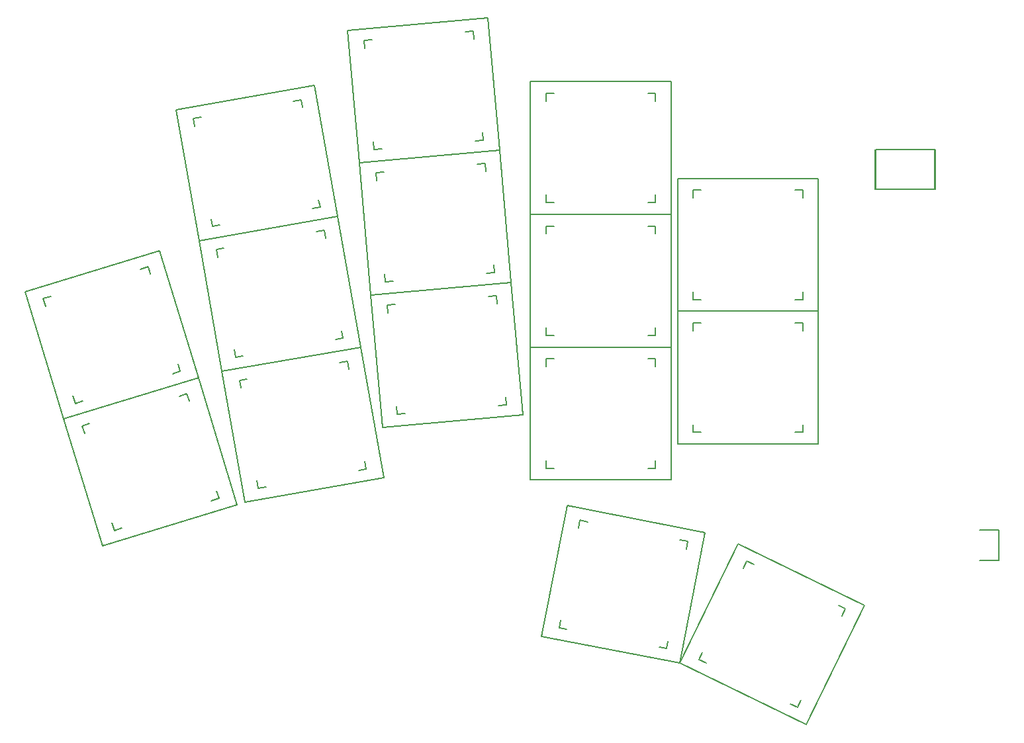
<source format=gbr>
%TF.GenerationSoftware,KiCad,Pcbnew,(6.0.4)*%
%TF.CreationDate,2022-05-15T18:09:05+02:00*%
%TF.ProjectId,battoota,62617474-6f6f-4746-912e-6b696361645f,v1.0.0*%
%TF.SameCoordinates,Original*%
%TF.FileFunction,OtherDrawing,Comment*%
%FSLAX46Y46*%
G04 Gerber Fmt 4.6, Leading zero omitted, Abs format (unit mm)*
G04 Created by KiCad (PCBNEW (6.0.4)) date 2022-05-15 18:09:05*
%MOMM*%
%LPD*%
G01*
G04 APERTURE LIST*
%ADD10C,0.150000*%
G04 APERTURE END LIST*
D10*
%TO.C,T1*%
X166350140Y53894619D02*
X163850140Y53894619D01*
X163850140Y57794619D02*
X166350140Y57794619D01*
X166350140Y57794619D02*
X166350140Y53894619D01*
%TO.C,S11*%
X63451567Y109438376D02*
X63277918Y110423184D01*
X77065227Y112854259D02*
X77238875Y111869451D01*
X79322653Y100051758D02*
X79496302Y99066950D01*
X78511494Y98893302D02*
X79496302Y99066950D01*
X65708993Y96635875D02*
X66693801Y96809524D01*
X81726389Y97937035D02*
X63999850Y94811368D01*
X64262726Y110596832D02*
X63277918Y110423184D01*
X77065227Y112854259D02*
X76080419Y112680610D01*
X78774370Y114678766D02*
X81726389Y97937035D01*
X61047831Y111553099D02*
X78774370Y114678766D01*
X63999850Y94811368D02*
X61047831Y111553099D01*
X65708993Y96635875D02*
X65535345Y97620683D01*
%TO.C,S34*%
X146685366Y47671128D02*
X146246995Y46772334D01*
X132962218Y56033258D02*
X149140511Y48142577D01*
X149140511Y48142577D02*
X141688202Y32863078D01*
X127965054Y41225208D02*
X128863848Y40786837D01*
X133663879Y52909530D02*
X134102250Y53808324D01*
X125509909Y40753759D02*
X132962218Y56033258D01*
X146685366Y47671128D02*
X145786572Y48109499D01*
X141688202Y32863078D02*
X125509909Y40753759D01*
X139649376Y35526383D02*
X140548170Y35088012D01*
X140986541Y35986806D02*
X140548170Y35088012D01*
X127965054Y41225208D02*
X128403425Y42124002D01*
X135001044Y53369953D02*
X134102250Y53808324D01*
%TO.C,S15*%
X103928219Y89430914D02*
X85996715Y87862110D01*
X84515067Y104797420D02*
X102446571Y106366224D01*
X100584916Y104697620D02*
X100672071Y103701425D01*
X100584916Y104697620D02*
X99588721Y104610464D01*
X85996715Y87862110D02*
X84515067Y104797420D01*
X100808901Y90663739D02*
X101805096Y90750894D01*
X102446571Y106366224D02*
X103928219Y89430914D01*
X101717940Y91747089D02*
X101805096Y90750894D01*
X87858370Y89530714D02*
X87771215Y90526909D01*
X87858370Y89530714D02*
X88854565Y89617870D01*
X86725346Y102481245D02*
X86638190Y103477440D01*
X87634385Y103564595D02*
X86638190Y103477440D01*
%TO.C,S21*%
X124411087Y81186017D02*
X106411087Y81186017D01*
X109411087Y96686017D02*
X108411087Y96686017D01*
X122411087Y83686017D02*
X122411087Y82686017D01*
X124411087Y98186017D02*
X124411087Y81186017D01*
X106411087Y81186017D02*
X106411087Y98186017D01*
X122411087Y96686017D02*
X122411087Y95686017D01*
X121411087Y82686017D02*
X122411087Y82686017D01*
X108411087Y95686017D02*
X108411087Y96686017D01*
X122411087Y96686017D02*
X121411087Y96686017D01*
X108411087Y82686017D02*
X108411087Y83686017D01*
X108411087Y82686017D02*
X109411087Y82686017D01*
X106411087Y98186017D02*
X124411087Y98186017D01*
%TO.C,S8*%
X70166764Y77113368D02*
X69181956Y76939720D01*
X87630427Y64453571D02*
X69903888Y61327904D01*
X82969265Y79370795D02*
X83142913Y78385987D01*
X69903888Y61327904D02*
X66951869Y78069635D01*
X84415532Y65409838D02*
X85400340Y65583486D01*
X85226691Y66568294D02*
X85400340Y65583486D01*
X84678408Y81195302D02*
X87630427Y64453571D01*
X66951869Y78069635D02*
X84678408Y81195302D01*
X69355605Y75954912D02*
X69181956Y76939720D01*
X82969265Y79370795D02*
X81984457Y79197146D01*
X71613031Y63152411D02*
X72597839Y63326060D01*
X71613031Y63152411D02*
X71439383Y64137219D01*
%TO.C,S14*%
X89340018Y72595404D02*
X89252863Y73591599D01*
X105409867Y72495604D02*
X87478363Y70926800D01*
X103928219Y89430914D02*
X105409867Y72495604D01*
X85996715Y87862110D02*
X103928219Y89430914D01*
X89116033Y86629285D02*
X88119838Y86542130D01*
X102066564Y87762310D02*
X101070369Y87675154D01*
X87478363Y70926800D02*
X85996715Y87862110D01*
X88206994Y85545935D02*
X88119838Y86542130D01*
X89340018Y72595404D02*
X90336213Y72682560D01*
X102066564Y87762310D02*
X102153719Y86766115D01*
X102290549Y73728429D02*
X103286744Y73815584D01*
X103199588Y74811779D02*
X103286744Y73815584D01*
%TO.C,S20*%
X108411087Y78686017D02*
X108411087Y79686017D01*
X122411087Y66686017D02*
X122411087Y65686017D01*
X106411087Y64186017D02*
X106411087Y81186017D01*
X106411087Y81186017D02*
X124411087Y81186017D01*
X109411087Y79686017D02*
X108411087Y79686017D01*
X122411087Y79686017D02*
X122411087Y78686017D01*
X122411087Y79686017D02*
X121411087Y79686017D01*
X121411087Y65686017D02*
X122411087Y65686017D01*
X124411087Y81186017D02*
X124411087Y64186017D01*
X124411087Y64186017D02*
X106411087Y64186017D01*
X108411087Y65686017D02*
X108411087Y66686017D01*
X108411087Y65686017D02*
X109411087Y65686017D01*
%TO.C,S28*%
X141218280Y84278852D02*
X140218280Y84278852D01*
X140218280Y70278852D02*
X141218280Y70278852D01*
X128218280Y84278852D02*
X127218280Y84278852D01*
X127218280Y83278852D02*
X127218280Y84278852D01*
X143218280Y68778852D02*
X125218280Y68778852D01*
X143218280Y85778852D02*
X143218280Y68778852D01*
X141218280Y84278852D02*
X141218280Y83278852D01*
X141218280Y71278852D02*
X141218280Y70278852D01*
X125218280Y85778852D02*
X143218280Y85778852D01*
X125218280Y68778852D02*
X125218280Y85778852D01*
X127218280Y70278852D02*
X128218280Y70278852D01*
X127218280Y70278852D02*
X127218280Y71278852D01*
%TO.C,S29*%
X143218280Y85778852D02*
X125218280Y85778852D01*
X125218280Y102778852D02*
X143218280Y102778852D01*
X140218280Y87278852D02*
X141218280Y87278852D01*
X127218280Y87278852D02*
X128218280Y87278852D01*
X127218280Y100278852D02*
X127218280Y101278852D01*
X141218280Y101278852D02*
X140218280Y101278852D01*
X125218280Y85778852D02*
X125218280Y102778852D01*
X141218280Y101278852D02*
X141218280Y100278852D01*
X141218280Y88278852D02*
X141218280Y87278852D01*
X127218280Y87278852D02*
X127218280Y88278852D01*
X143218280Y102778852D02*
X143218280Y85778852D01*
X128218280Y101278852D02*
X127218280Y101278852D01*
%TO.C,S33*%
X139649376Y35526383D02*
X140548170Y35088012D01*
X146685366Y47671128D02*
X146246995Y46772334D01*
X127965054Y41225208D02*
X128403425Y42124002D01*
X133663879Y52909530D02*
X134102250Y53808324D01*
X125509909Y40753759D02*
X132962218Y56033258D01*
X140986541Y35986806D02*
X140548170Y35088012D01*
X146685366Y47671128D02*
X145786572Y48109499D01*
X132962218Y56033258D02*
X149140511Y48142577D01*
X149140511Y48142577D02*
X141688202Y32863078D01*
X135001044Y53369953D02*
X134102250Y53808324D01*
X127965054Y41225208D02*
X128863848Y40786837D01*
X141688202Y32863078D02*
X125509909Y40753759D01*
%TO.C,S7*%
X84415532Y65409838D02*
X85400340Y65583486D01*
X71613031Y63152411D02*
X72597839Y63326060D01*
X66951869Y78069635D02*
X84678408Y81195302D01*
X70166764Y77113368D02*
X69181956Y76939720D01*
X69903888Y61327904D02*
X66951869Y78069635D01*
X82969265Y79370795D02*
X83142913Y78385987D01*
X87630427Y64453571D02*
X69903888Y61327904D01*
X82969265Y79370795D02*
X81984457Y79197146D01*
X85226691Y66568294D02*
X85400340Y65583486D01*
X84678408Y81195302D02*
X87630427Y64453571D01*
X71613031Y63152411D02*
X71439383Y64137219D01*
X69355605Y75954912D02*
X69181956Y76939720D01*
%TO.C,T2*%
X166350140Y53894619D02*
X163850140Y53894619D01*
X166350140Y57794619D02*
X166350140Y53894619D01*
X163850140Y57794619D02*
X166350140Y57794619D01*
%TO.C,S5*%
X61290623Y79038736D02*
X61582994Y78082432D01*
X60626689Y77790060D02*
X61582994Y78082432D01*
X45057829Y87669866D02*
X44101524Y87377494D01*
X41750357Y88227208D02*
X58963842Y93489899D01*
X44393895Y86421190D02*
X44101524Y87377494D01*
X48194728Y73989228D02*
X49151032Y74281599D01*
X57489790Y91470698D02*
X57782162Y90514393D01*
X58963842Y93489899D02*
X63934161Y77232718D01*
X63934161Y77232718D02*
X46720676Y71970027D01*
X46720676Y71970027D02*
X41750357Y88227208D01*
X48194728Y73989228D02*
X47902356Y74945533D01*
X57489790Y91470698D02*
X56533486Y91178327D01*
%TO.C,S27*%
X125218280Y68778852D02*
X125218280Y85778852D01*
X125218280Y85778852D02*
X143218280Y85778852D01*
X143218280Y85778852D02*
X143218280Y68778852D01*
X127218280Y83278852D02*
X127218280Y84278852D01*
X141218280Y71278852D02*
X141218280Y70278852D01*
X141218280Y84278852D02*
X140218280Y84278852D01*
X128218280Y84278852D02*
X127218280Y84278852D01*
X127218280Y70278852D02*
X128218280Y70278852D01*
X127218280Y70278852D02*
X127218280Y71278852D01*
X143218280Y68778852D02*
X125218280Y68778852D01*
X140218280Y70278852D02*
X141218280Y70278852D01*
X141218280Y84278852D02*
X141218280Y83278852D01*
%TO.C,S9*%
X80017246Y96112527D02*
X80190894Y95127719D01*
X81726389Y97937034D02*
X84678408Y81195303D01*
X63999850Y94811367D02*
X81726389Y97937034D01*
X82274672Y83310026D02*
X82448321Y82325218D01*
X68661012Y79894143D02*
X69645820Y80067792D01*
X80017246Y96112527D02*
X79032438Y95938878D01*
X81463513Y82151570D02*
X82448321Y82325218D01*
X66951869Y78069636D02*
X63999850Y94811367D01*
X68661012Y79894143D02*
X68487364Y80878951D01*
X66403586Y92696644D02*
X66229937Y93681452D01*
X84678408Y81195303D02*
X66951869Y78069636D01*
X67214745Y93855100D02*
X66229937Y93681452D01*
%TO.C,S16*%
X87634385Y103564595D02*
X86638190Y103477440D01*
X100808901Y90663739D02*
X101805096Y90750894D01*
X100584916Y104697620D02*
X99588721Y104610464D01*
X100584916Y104697620D02*
X100672071Y103701425D01*
X87858370Y89530714D02*
X87771215Y90526909D01*
X86725346Y102481245D02*
X86638190Y103477440D01*
X85996715Y87862110D02*
X84515067Y104797420D01*
X102446571Y106366224D02*
X103928219Y89430914D01*
X103928219Y89430914D02*
X85996715Y87862110D01*
X101717940Y91747089D02*
X101805096Y90750894D01*
X87858370Y89530714D02*
X88854565Y89617870D01*
X84515067Y104797420D02*
X102446571Y106366224D01*
%TO.C,S30*%
X140218280Y87278852D02*
X141218280Y87278852D01*
X141218280Y88278852D02*
X141218280Y87278852D01*
X125218280Y85778852D02*
X125218280Y102778852D01*
X127218280Y87278852D02*
X128218280Y87278852D01*
X127218280Y100278852D02*
X127218280Y101278852D01*
X125218280Y102778852D02*
X143218280Y102778852D01*
X127218280Y87278852D02*
X127218280Y88278852D01*
X141218280Y101278852D02*
X141218280Y100278852D01*
X143218280Y85778852D02*
X125218280Y85778852D01*
X143218280Y102778852D02*
X143218280Y85778852D01*
X128218280Y101278852D02*
X127218280Y101278852D01*
X141218280Y101278852D02*
X140218280Y101278852D01*
%TO.C,S13*%
X89116033Y86629285D02*
X88119838Y86542130D01*
X102066564Y87762310D02*
X102153719Y86766115D01*
X103199588Y74811779D02*
X103286744Y73815584D01*
X87478363Y70926800D02*
X85996715Y87862110D01*
X103928219Y89430914D02*
X105409867Y72495604D01*
X89340018Y72595404D02*
X89252863Y73591599D01*
X105409867Y72495604D02*
X87478363Y70926800D01*
X89340018Y72595404D02*
X90336213Y72682560D01*
X88206994Y85545935D02*
X88119838Y86542130D01*
X102066564Y87762310D02*
X101070369Y87675154D01*
X102290549Y73728429D02*
X103286744Y73815584D01*
X85996715Y87862110D02*
X103928219Y89430914D01*
%TO.C,S24*%
X124411087Y115186017D02*
X124411087Y98186017D01*
X122411087Y113686017D02*
X122411087Y112686017D01*
X106411087Y98186017D02*
X106411087Y115186017D01*
X108411087Y112686017D02*
X108411087Y113686017D01*
X121411087Y99686017D02*
X122411087Y99686017D01*
X108411087Y99686017D02*
X109411087Y99686017D01*
X109411087Y113686017D02*
X108411087Y113686017D01*
X122411087Y113686017D02*
X121411087Y113686017D01*
X108411087Y99686017D02*
X108411087Y100686017D01*
X106411087Y115186017D02*
X124411087Y115186017D01*
X122411087Y100686017D02*
X122411087Y99686017D01*
X124411087Y98186017D02*
X106411087Y98186017D01*
%TO.C,S17*%
X100236293Y108682399D02*
X100323449Y107686204D01*
X84515068Y104797420D02*
X83033420Y121732730D01*
X99327254Y107599049D02*
X100323449Y107686204D01*
X86152738Y120499905D02*
X85156543Y120412750D01*
X102446572Y106366224D02*
X84515068Y104797420D01*
X86376723Y106466024D02*
X87372918Y106553180D01*
X86376723Y106466024D02*
X86289568Y107462219D01*
X100964924Y123301534D02*
X102446572Y106366224D01*
X85243699Y119416555D02*
X85156543Y120412750D01*
X99103269Y121632930D02*
X98107074Y121545774D01*
X83033420Y121732730D02*
X100964924Y123301534D01*
X99103269Y121632930D02*
X99190424Y120636735D01*
%TO.C,S4*%
X63934161Y77232718D02*
X68904480Y60975537D01*
X50028148Y71412685D02*
X49071843Y71120313D01*
X53165047Y57732047D02*
X54121351Y58024418D01*
X65597008Y61532879D02*
X66553313Y61825251D01*
X46720676Y71970027D02*
X63934161Y77232718D01*
X51690995Y55712846D02*
X46720676Y71970027D01*
X49364214Y70164009D02*
X49071843Y71120313D01*
X53165047Y57732047D02*
X52872675Y58688352D01*
X66260942Y62781555D02*
X66553313Y61825251D01*
X62460109Y75213517D02*
X62752481Y74257212D01*
X68904480Y60975537D02*
X51690995Y55712846D01*
X62460109Y75213517D02*
X61503805Y74921146D01*
%TO.C,S10*%
X84678408Y81195303D02*
X66951869Y78069636D01*
X63999850Y94811367D02*
X81726389Y97937034D01*
X82274672Y83310026D02*
X82448321Y82325218D01*
X66403586Y92696644D02*
X66229937Y93681452D01*
X67214745Y93855100D02*
X66229937Y93681452D01*
X80017246Y96112527D02*
X80190894Y95127719D01*
X81463513Y82151570D02*
X82448321Y82325218D01*
X80017246Y96112527D02*
X79032438Y95938878D01*
X81726389Y97937034D02*
X84678408Y81195303D01*
X68661012Y79894143D02*
X69645820Y80067792D01*
X68661012Y79894143D02*
X68487364Y80878951D01*
X66951869Y78069636D02*
X63999850Y94811367D01*
%TO.C,S22*%
X108411087Y82686017D02*
X109411087Y82686017D01*
X124411087Y81186017D02*
X106411087Y81186017D01*
X122411087Y96686017D02*
X121411087Y96686017D01*
X122411087Y96686017D02*
X122411087Y95686017D01*
X122411087Y83686017D02*
X122411087Y82686017D01*
X106411087Y81186017D02*
X106411087Y98186017D01*
X109411087Y96686017D02*
X108411087Y96686017D01*
X108411087Y82686017D02*
X108411087Y83686017D01*
X121411087Y82686017D02*
X122411087Y82686017D01*
X108411087Y95686017D02*
X108411087Y96686017D01*
X106411087Y98186017D02*
X124411087Y98186017D01*
X124411087Y98186017D02*
X124411087Y81186017D01*
%TO.C,S31*%
X110090088Y45279144D02*
X111071715Y45088335D01*
X122851241Y42798627D02*
X123832868Y42607818D01*
X112570605Y58040297D02*
X112761414Y59021924D01*
X126504194Y56350598D02*
X126313385Y55368971D01*
X107840620Y44188321D02*
X111084373Y60875983D01*
X125509909Y40753759D02*
X107840620Y44188321D01*
X126504194Y56350598D02*
X125522567Y56541407D01*
X124023677Y43589445D02*
X123832868Y42607818D01*
X113743041Y58831115D02*
X112761414Y59021924D01*
X128753662Y57441421D02*
X125509909Y40753759D01*
X110090088Y45279144D02*
X110280897Y46260771D01*
X111084373Y60875983D02*
X128753662Y57441421D01*
%TO.C,MCU1*%
X150547213Y101396542D02*
X150547213Y106476542D01*
X150508690Y101396542D02*
X150508690Y106476542D01*
X158128690Y101396542D02*
X150508690Y101396542D01*
X150547213Y106476542D02*
X158167213Y106476542D01*
X158167213Y106476542D02*
X158167213Y101396542D01*
X158167213Y101396542D02*
X150547213Y101396542D01*
X158128690Y106476542D02*
X158128690Y101396542D01*
%TO.C,S3*%
X50028148Y71412685D02*
X49071843Y71120313D01*
X62460109Y75213517D02*
X61503805Y74921146D01*
X51690995Y55712846D02*
X46720676Y71970027D01*
X53165047Y57732047D02*
X54121351Y58024418D01*
X62460109Y75213517D02*
X62752481Y74257212D01*
X46720676Y71970027D02*
X63934161Y77232718D01*
X49364214Y70164009D02*
X49071843Y71120313D01*
X65597008Y61532879D02*
X66553313Y61825251D01*
X63934161Y77232718D02*
X68904480Y60975537D01*
X53165047Y57732047D02*
X52872675Y58688352D01*
X66260942Y62781555D02*
X66553313Y61825251D01*
X68904480Y60975537D02*
X51690995Y55712846D01*
%TO.C,S32*%
X112570605Y58040297D02*
X112761414Y59021924D01*
X126504194Y56350598D02*
X125522567Y56541407D01*
X110090088Y45279144D02*
X110280897Y46260771D01*
X125509909Y40753759D02*
X107840620Y44188321D01*
X124023677Y43589445D02*
X123832868Y42607818D01*
X122851241Y42798627D02*
X123832868Y42607818D01*
X110090088Y45279144D02*
X111071715Y45088335D01*
X107840620Y44188321D02*
X111084373Y60875983D01*
X126504194Y56350598D02*
X126313385Y55368971D01*
X113743041Y58831115D02*
X112761414Y59021924D01*
X128753662Y57441421D02*
X125509909Y40753759D01*
X111084373Y60875983D02*
X128753662Y57441421D01*
%TO.C,S12*%
X63999850Y94811368D02*
X61047831Y111553099D01*
X61047831Y111553099D02*
X78774370Y114678766D01*
X63451567Y109438376D02*
X63277918Y110423184D01*
X78511494Y98893302D02*
X79496302Y99066950D01*
X77065227Y112854259D02*
X77238875Y111869451D01*
X65708993Y96635875D02*
X66693801Y96809524D01*
X79322653Y100051758D02*
X79496302Y99066950D01*
X77065227Y112854259D02*
X76080419Y112680610D01*
X78774370Y114678766D02*
X81726389Y97937035D01*
X64262726Y110596832D02*
X63277918Y110423184D01*
X65708993Y96635875D02*
X65535345Y97620683D01*
X81726389Y97937035D02*
X63999850Y94811368D01*
%TO.C,S23*%
X121411087Y99686017D02*
X122411087Y99686017D01*
X108411087Y99686017D02*
X108411087Y100686017D01*
X106411087Y115186017D02*
X124411087Y115186017D01*
X122411087Y100686017D02*
X122411087Y99686017D01*
X106411087Y98186017D02*
X106411087Y115186017D01*
X109411087Y113686017D02*
X108411087Y113686017D01*
X122411087Y113686017D02*
X122411087Y112686017D01*
X108411087Y99686017D02*
X109411087Y99686017D01*
X122411087Y113686017D02*
X121411087Y113686017D01*
X124411087Y115186017D02*
X124411087Y98186017D01*
X124411087Y98186017D02*
X106411087Y98186017D01*
X108411087Y112686017D02*
X108411087Y113686017D01*
%TO.C,S6*%
X45057829Y87669866D02*
X44101524Y87377494D01*
X44393895Y86421190D02*
X44101524Y87377494D01*
X57489790Y91470698D02*
X57782162Y90514393D01*
X63934161Y77232718D02*
X46720676Y71970027D01*
X48194728Y73989228D02*
X47902356Y74945533D01*
X41750357Y88227208D02*
X58963842Y93489899D01*
X60626689Y77790060D02*
X61582994Y78082432D01*
X46720676Y71970027D02*
X41750357Y88227208D01*
X58963842Y93489899D02*
X63934161Y77232718D01*
X57489790Y91470698D02*
X56533486Y91178327D01*
X61290623Y79038736D02*
X61582994Y78082432D01*
X48194728Y73989228D02*
X49151032Y74281599D01*
%TO.C,S19*%
X108411087Y65686017D02*
X109411087Y65686017D01*
X121411087Y65686017D02*
X122411087Y65686017D01*
X108411087Y78686017D02*
X108411087Y79686017D01*
X122411087Y79686017D02*
X122411087Y78686017D01*
X124411087Y64186017D02*
X106411087Y64186017D01*
X106411087Y81186017D02*
X124411087Y81186017D01*
X108411087Y65686017D02*
X108411087Y66686017D01*
X124411087Y81186017D02*
X124411087Y64186017D01*
X122411087Y79686017D02*
X121411087Y79686017D01*
X109411087Y79686017D02*
X108411087Y79686017D01*
X122411087Y66686017D02*
X122411087Y65686017D01*
X106411087Y64186017D02*
X106411087Y81186017D01*
%TO.C,S18*%
X86376723Y106466024D02*
X87372918Y106553180D01*
X85243699Y119416555D02*
X85156543Y120412750D01*
X100964924Y123301534D02*
X102446572Y106366224D01*
X86152738Y120499905D02*
X85156543Y120412750D01*
X84515068Y104797420D02*
X83033420Y121732730D01*
X102446572Y106366224D02*
X84515068Y104797420D01*
X99327254Y107599049D02*
X100323449Y107686204D01*
X86376723Y106466024D02*
X86289568Y107462219D01*
X100236293Y108682399D02*
X100323449Y107686204D01*
X99103269Y121632930D02*
X98107074Y121545774D01*
X83033420Y121732730D02*
X100964924Y123301534D01*
X99103269Y121632930D02*
X99190424Y120636735D01*
%TD*%
M02*

</source>
